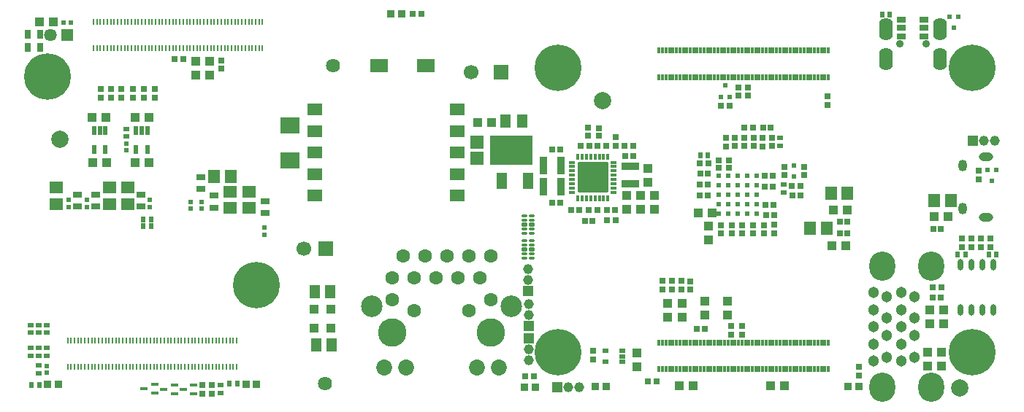
<source format=gbs>
G04*
G04 #@! TF.GenerationSoftware,Altium Limited,Altium Designer,21.6.1 (37)*
G04*
G04 Layer_Color=16711935*
%FSLAX44Y44*%
%MOMM*%
G71*
G04*
G04 #@! TF.SameCoordinates,B15FB352-D5CA-4759-B8DC-376305D7300E*
G04*
G04*
G04 #@! TF.FilePolarity,Negative*
G04*
G01*
G75*
%ADD85R,0.7516X0.6516*%
%ADD87R,1.1016X1.0016*%
%ADD88R,0.5516X0.6516*%
%ADD89R,1.1016X1.1016*%
%ADD93C,2.0000*%
%ADD94R,0.6516X0.5516*%
%ADD95R,0.6216X0.6216*%
%ADD99R,1.0016X1.1016*%
%ADD100R,0.6516X0.7516*%
%ADD101R,0.7216X0.7216*%
%ADD102R,0.7216X0.7216*%
%ADD103R,1.2516X1.9016*%
%ADD108R,1.2516X1.5516*%
%ADD114R,0.9016X0.9016*%
%ADD124R,1.1516X1.5016*%
%ADD132C,1.1516*%
%ADD133R,1.1516X1.1516*%
%ADD134O,3.0016X3.4016*%
%ADD135C,1.3016*%
%ADD136R,1.4696X1.4696*%
%ADD137C,1.4696*%
%ADD138C,1.6256*%
%ADD139C,5.4000*%
%ADD140C,1.8516*%
%ADD141C,1.7000*%
%ADD142C,2.5016*%
%ADD143C,0.5080*%
%ADD144O,1.6016X2.6516*%
%ADD145O,1.6516X1.0016*%
%ADD146O,1.0516X1.3516*%
%ADD147R,1.1516X1.1516*%
%ADD148C,0.9116*%
%ADD149R,1.7000X1.7000*%
%ADD150C,1.6016*%
%ADD151C,3.3016*%
%ADD152C,0.1016*%
%ADD153C,0.6080*%
%ADD154C,0.6016*%
%ADD225R,0.2816X0.8016*%
%ADD226R,0.8016X1.0016*%
%ADD227R,1.0016X0.8016*%
%ADD228R,0.5000X1.0000*%
%ADD229R,0.5016X0.6116*%
%ADD230R,1.6016X1.4016*%
%ADD231R,1.4016X1.6016*%
%ADD232R,0.8116X0.4016*%
%ADD233R,0.6216X0.6216*%
%ADD234R,0.9016X2.1016*%
%ADD235R,2.1016X0.9016*%
%ADD236R,0.7000X0.5200*%
%ADD237R,0.5016X0.5816*%
%ADD238R,0.3016X0.8016*%
%ADD239O,0.6516X1.3516*%
G04:AMPARAMS|DCode=240|XSize=0.54mm|YSize=0.705mm|CornerRadius=0.12mm|HoleSize=0mm|Usage=FLASHONLY|Rotation=270.000|XOffset=0mm|YOffset=0mm|HoleType=Round|Shape=RoundedRectangle|*
%AMROUNDEDRECTD240*
21,1,0.5400,0.4650,0,0,270.0*
21,1,0.3000,0.7050,0,0,270.0*
1,1,0.2400,-0.2325,-0.1500*
1,1,0.2400,-0.2325,0.1500*
1,1,0.2400,0.2325,0.1500*
1,1,0.2400,0.2325,-0.1500*
%
%ADD240ROUNDEDRECTD240*%
%ADD241R,1.1016X0.7016*%
%ADD242R,2.1016X1.6016*%
%ADD243R,1.6516X1.3716*%
G04:AMPARAMS|DCode=244|XSize=0.39mm|YSize=0.74mm|CornerRadius=0.1013mm|HoleSize=0mm|Usage=FLASHONLY|Rotation=90.000|XOffset=0mm|YOffset=0mm|HoleType=Round|Shape=RoundedRectangle|*
%AMROUNDEDRECTD244*
21,1,0.3900,0.5375,0,0,90.0*
21,1,0.1875,0.7400,0,0,90.0*
1,1,0.2025,0.2688,0.0938*
1,1,0.2025,0.2688,-0.0938*
1,1,0.2025,-0.2688,-0.0938*
1,1,0.2025,-0.2688,0.0938*
%
%ADD244ROUNDEDRECTD244*%
G04:AMPARAMS|DCode=245|XSize=0.39mm|YSize=0.74mm|CornerRadius=0.1013mm|HoleSize=0mm|Usage=FLASHONLY|Rotation=0.000|XOffset=0mm|YOffset=0mm|HoleType=Round|Shape=RoundedRectangle|*
%AMROUNDEDRECTD245*
21,1,0.3900,0.5375,0,0,0.0*
21,1,0.1875,0.7400,0,0,0.0*
1,1,0.2025,0.0938,-0.2688*
1,1,0.2025,-0.0938,-0.2688*
1,1,0.2025,-0.0938,0.2688*
1,1,0.2025,0.0938,0.2688*
%
%ADD245ROUNDEDRECTD245*%
G04:AMPARAMS|DCode=246|XSize=3.59mm|YSize=3.59mm|CornerRadius=0.1563mm|HoleSize=0mm|Usage=FLASHONLY|Rotation=90.000|XOffset=0mm|YOffset=0mm|HoleType=Round|Shape=RoundedRectangle|*
%AMROUNDEDRECTD246*
21,1,3.5900,3.2775,0,0,90.0*
21,1,3.2775,3.5900,0,0,90.0*
1,1,0.3125,1.6388,1.6388*
1,1,0.3125,1.6388,-1.6388*
1,1,0.3125,-1.6388,-1.6388*
1,1,0.3125,-1.6388,1.6388*
%
%ADD246ROUNDEDRECTD246*%
%ADD247R,2.2606X1.8796*%
%ADD248R,1.5016X1.4916*%
%ADD249R,4.9616X3.4616*%
G04:AMPARAMS|DCode=250|XSize=0.34mm|YSize=0.705mm|CornerRadius=0.12mm|HoleSize=0mm|Usage=FLASHONLY|Rotation=90.000|XOffset=0mm|YOffset=0mm|HoleType=Round|Shape=RoundedRectangle|*
%AMROUNDEDRECTD250*
21,1,0.3400,0.4650,0,0,90.0*
21,1,0.1000,0.7050,0,0,90.0*
1,1,0.2400,0.2325,0.0500*
1,1,0.2400,0.2325,-0.0500*
1,1,0.2400,-0.2325,-0.0500*
1,1,0.2400,-0.2325,0.0500*
%
%ADD250ROUNDEDRECTD250*%
D85*
X974250Y32606D02*
D03*
Y42606D02*
D03*
X95000Y365000D02*
D03*
Y355000D02*
D03*
X107000Y365000D02*
D03*
Y355000D02*
D03*
X158022Y365000D02*
D03*
Y355000D02*
D03*
X145000Y365000D02*
D03*
Y355000D02*
D03*
X119000Y365000D02*
D03*
Y355000D02*
D03*
X132000Y365000D02*
D03*
Y355000D02*
D03*
X213000Y21500D02*
D03*
Y11500D02*
D03*
X224000Y21500D02*
D03*
Y11500D02*
D03*
X834324Y357496D02*
D03*
X746300Y142600D02*
D03*
X862359Y308917D02*
D03*
X840740Y308958D02*
D03*
X872744D02*
D03*
X845500Y357496D02*
D03*
X778600Y142200D02*
D03*
X767950Y142350D02*
D03*
X757200Y142500D02*
D03*
X665416Y61120D02*
D03*
X851662Y308958D02*
D03*
X830072D02*
D03*
X819510Y308900D02*
D03*
X887700Y275100D02*
D03*
X746300Y132600D02*
D03*
X757200Y132500D02*
D03*
X1112774Y260684D02*
D03*
X937514Y346536D02*
D03*
X691642Y309292D02*
D03*
X235000Y388750D02*
D03*
Y398750D02*
D03*
X887700Y265100D02*
D03*
X691642Y299292D02*
D03*
X875538Y197946D02*
D03*
Y207946D02*
D03*
X819510Y298900D02*
D03*
X830072Y298958D02*
D03*
X851662D02*
D03*
X665416Y51120D02*
D03*
X937514Y356536D02*
D03*
X767950Y132350D02*
D03*
X778600Y132200D02*
D03*
X838300Y80352D02*
D03*
Y90352D02*
D03*
X825795D02*
D03*
Y80352D02*
D03*
X834324Y367496D02*
D03*
X845500D02*
D03*
X1112774Y270684D02*
D03*
X872744Y298958D02*
D03*
X1115000Y182000D02*
D03*
Y192000D02*
D03*
X1104000Y182000D02*
D03*
Y192000D02*
D03*
X1126000Y182000D02*
D03*
Y192000D02*
D03*
X1093000Y182000D02*
D03*
Y192000D02*
D03*
X840740Y298958D02*
D03*
X862359Y298917D02*
D03*
D87*
X799338Y190120D02*
D03*
X794990Y118616D02*
D03*
X821089D02*
D03*
X716900Y42750D02*
D03*
X704596Y241808D02*
D03*
X736550Y241581D02*
D03*
X729234Y257048D02*
D03*
X720614Y241625D02*
D03*
X752200Y100400D02*
D03*
X769250D02*
D03*
X716900Y58750D02*
D03*
X752200Y116400D02*
D03*
X769250D02*
D03*
X799338Y206120D02*
D03*
X704596Y225808D02*
D03*
X736550Y225581D02*
D03*
X729234Y273048D02*
D03*
X720614Y225625D02*
D03*
X221500Y381750D02*
D03*
X205500D02*
D03*
Y397750D02*
D03*
X221500D02*
D03*
X794990Y102616D02*
D03*
X821089D02*
D03*
D88*
X24000Y22000D02*
D03*
X15000D02*
D03*
X153500Y214000D02*
D03*
X144500D02*
D03*
Y206000D02*
D03*
X153500D02*
D03*
X1088500Y173000D02*
D03*
X1133500D02*
D03*
X789893Y288672D02*
D03*
X244500Y23000D02*
D03*
X798893Y288672D02*
D03*
X253500Y23000D02*
D03*
X1009700Y451900D02*
D03*
X1000700D02*
D03*
X1124500Y173000D02*
D03*
X1097500D02*
D03*
D89*
X361884Y109336D02*
D03*
Y87336D02*
D03*
X342072Y109336D02*
D03*
Y87336D02*
D03*
D93*
X47500Y306750D02*
D03*
X676500Y351750D02*
D03*
X1091000Y18000D02*
D03*
D94*
X32000Y55500D02*
D03*
Y64500D02*
D03*
X14000Y55500D02*
D03*
Y64500D02*
D03*
X22919Y55431D02*
D03*
Y64431D02*
D03*
X23000Y44500D02*
D03*
Y35500D02*
D03*
X32000Y82500D02*
D03*
Y91500D02*
D03*
X14000Y82500D02*
D03*
Y91500D02*
D03*
X23000Y82500D02*
D03*
Y91500D02*
D03*
X233750Y21250D02*
D03*
Y12250D02*
D03*
X882639Y308582D02*
D03*
X886968Y245254D02*
D03*
X125000Y319000D02*
D03*
X886968Y254254D02*
D03*
X882639Y299582D02*
D03*
X125000Y310000D02*
D03*
D95*
X32000Y36000D02*
D03*
Y44000D02*
D03*
X58000Y236500D02*
D03*
Y228500D02*
D03*
X152000Y236500D02*
D03*
Y228500D02*
D03*
X79000Y236500D02*
D03*
Y228500D02*
D03*
X198900Y234166D02*
D03*
Y226166D02*
D03*
X284700Y196400D02*
D03*
Y204400D02*
D03*
X212000Y234166D02*
D03*
Y226166D02*
D03*
X125000Y294000D02*
D03*
Y302000D02*
D03*
D99*
X871250Y20500D02*
D03*
X887250D02*
D03*
X102000Y280000D02*
D03*
X86000D02*
D03*
X85000Y332000D02*
D03*
X101000D02*
D03*
X960000Y225000D02*
D03*
X944000D02*
D03*
X1061000Y217000D02*
D03*
X1077000D02*
D03*
X40250Y443000D02*
D03*
X24250D02*
D03*
X135000Y280000D02*
D03*
X788036Y221234D02*
D03*
X1056000Y109000D02*
D03*
X151000Y280000D02*
D03*
Y332000D02*
D03*
X765350Y20500D02*
D03*
X943000Y183000D02*
D03*
X804036Y221234D02*
D03*
X1069763Y59880D02*
D03*
X1069623Y43953D02*
D03*
X1056000Y93000D02*
D03*
X135000Y332000D02*
D03*
X781350Y20500D02*
D03*
X1072000Y93000D02*
D03*
X1053623Y43953D02*
D03*
X1053763Y59880D02*
D03*
X532192Y326752D02*
D03*
X548192D02*
D03*
X959000Y183000D02*
D03*
X1072000Y109000D02*
D03*
D100*
X729502Y26200D02*
D03*
X906526Y242062D02*
D03*
X865966Y219202D02*
D03*
X851074Y320294D02*
D03*
X712136Y299466D02*
D03*
X1059226Y135002D02*
D03*
X814084Y346240D02*
D03*
X789726Y278972D02*
D03*
X466600Y452650D02*
D03*
X691621Y212852D02*
D03*
X180336Y400398D02*
D03*
X190336D02*
D03*
X671140Y299399D02*
D03*
X681140D02*
D03*
X670646Y224859D02*
D03*
X660646D02*
D03*
X661501Y299789D02*
D03*
X651501D02*
D03*
X702136Y299466D02*
D03*
X841074Y320294D02*
D03*
X906192Y252984D02*
D03*
X896192D02*
D03*
X875966Y219202D02*
D03*
X896526Y242062D02*
D03*
X799726Y278972D02*
D03*
X739502Y26200D02*
D03*
X681621Y212852D02*
D03*
X824084Y346240D02*
D03*
X456600Y452650D02*
D03*
X596850Y31950D02*
D03*
X586850D02*
D03*
X1069226Y135002D02*
D03*
D101*
X823520Y282762D02*
D03*
X826262Y198120D02*
D03*
X838708D02*
D03*
X851408Y198192D02*
D03*
X810985Y282762D02*
D03*
X813562Y198120D02*
D03*
X851408Y207192D02*
D03*
X810985Y273762D02*
D03*
X813562Y207120D02*
D03*
X823520Y273762D02*
D03*
X826262Y207120D02*
D03*
X864108Y207192D02*
D03*
X838708Y207120D02*
D03*
X910439Y274764D02*
D03*
X660137Y320337D02*
D03*
X672838Y320083D02*
D03*
Y311083D02*
D03*
X660137Y311337D02*
D03*
X910439Y265764D02*
D03*
X864108Y198192D02*
D03*
D102*
X789576Y242062D02*
D03*
X789830Y267462D02*
D03*
X874006Y251762D02*
D03*
X873942Y264414D02*
D03*
X874450Y230886D02*
D03*
X789576Y254762D02*
D03*
X871584Y320294D02*
D03*
X1059750Y123300D02*
D03*
X656226Y212090D02*
D03*
X864942Y264414D02*
D03*
X795254Y86840D02*
D03*
X951500Y211000D02*
D03*
X1069000Y203000D02*
D03*
X951500Y198000D02*
D03*
X865450Y230886D02*
D03*
X798576Y254762D02*
D03*
Y242062D02*
D03*
X798830Y267462D02*
D03*
X865006Y251762D02*
D03*
X640572Y224859D02*
D03*
X690901Y224859D02*
D03*
X862584Y320294D02*
D03*
X665226Y212090D02*
D03*
X681901Y224859D02*
D03*
X618474Y295217D02*
D03*
X627473D02*
D03*
X649572Y224859D02*
D03*
X618727Y233495D02*
D03*
X627728D02*
D03*
X960500Y198000D02*
D03*
X1060000Y203000D02*
D03*
X960500Y211000D02*
D03*
X786254Y86840D02*
D03*
X712144Y287274D02*
D03*
X703144D02*
D03*
X1068750Y123300D02*
D03*
D103*
X559990Y259118D02*
D03*
X589990D02*
D03*
D108*
X344756Y67856D02*
D03*
X362756D02*
D03*
X343232Y129832D02*
D03*
X361232D02*
D03*
D114*
X973500Y20000D02*
D03*
X961000D02*
D03*
X585938Y19450D02*
D03*
X431150Y452750D02*
D03*
X598438Y19450D02*
D03*
X668120Y20000D02*
D03*
X680620D02*
D03*
X443650Y452750D02*
D03*
X263250Y22500D02*
D03*
X275750D02*
D03*
X33500Y22500D02*
D03*
X46000D02*
D03*
D124*
X583474Y328206D02*
D03*
X564474D02*
D03*
D132*
X649450Y19250D02*
D03*
X636750D02*
D03*
X1131062Y305308D02*
D03*
X590750Y156400D02*
D03*
X591000Y62800D02*
D03*
Y103200D02*
D03*
Y115900D02*
D03*
Y50100D02*
D03*
X590750Y143700D02*
D03*
X1118362Y305308D02*
D03*
D133*
X624050Y19250D02*
D03*
X1105662Y305308D02*
D03*
D134*
X1001048Y18742D02*
D03*
Y159642D02*
D03*
X1057848D02*
D03*
Y18742D02*
D03*
D135*
X1037848Y54192D02*
D03*
Y79192D02*
D03*
Y99192D02*
D03*
X1022848Y129192D02*
D03*
Y49192D02*
D03*
Y109192D02*
D03*
Y69192D02*
D03*
X1005848Y54192D02*
D03*
Y79192D02*
D03*
Y99192D02*
D03*
X990848Y129192D02*
D03*
Y49192D02*
D03*
Y109192D02*
D03*
Y69192D02*
D03*
Y89192D02*
D03*
X1005848Y124192D02*
D03*
X1022848Y89192D02*
D03*
X1037848Y124192D02*
D03*
D136*
X56500Y427750D02*
D03*
D137*
X36500D02*
D03*
D138*
X364124Y392875D02*
D03*
X354800Y23300D02*
D03*
D139*
X33600Y379700D02*
D03*
X275600Y137700D02*
D03*
X625312Y60082D02*
D03*
X1105312Y390082D02*
D03*
Y60082D02*
D03*
X625312Y390082D02*
D03*
D140*
X556454Y41788D02*
D03*
X449254D02*
D03*
X423854D02*
D03*
X531054D02*
D03*
D141*
X524216Y384594D02*
D03*
X330842Y179870D02*
D03*
D142*
X570799Y112888D02*
D03*
X409509D02*
D03*
D143*
X665466Y248037D02*
D03*
Y277537D02*
D03*
X650716Y262787D02*
D03*
X680216D02*
D03*
D144*
X1067509Y400392D02*
D03*
X1005509D02*
D03*
Y434492D02*
D03*
X1067509D02*
D03*
D145*
X1120981Y216471D02*
D03*
Y286471D02*
D03*
D146*
X1093981Y226471D02*
D03*
Y276471D02*
D03*
D147*
X591000Y90500D02*
D03*
Y75500D02*
D03*
X590750Y131000D02*
D03*
D148*
X1021509Y417692D02*
D03*
X1051509D02*
D03*
D149*
X355842Y179870D02*
D03*
X559216Y384594D02*
D03*
D150*
X534604Y145888D02*
D03*
X509204D02*
D03*
X483804D02*
D03*
X458404D02*
D03*
X433004D02*
D03*
X445704Y171288D02*
D03*
X471104D02*
D03*
X496504D02*
D03*
X521904D02*
D03*
X547304D02*
D03*
X433004Y120688D02*
D03*
X458404Y107988D02*
D03*
X521904D02*
D03*
X547304Y120688D02*
D03*
D151*
X433004Y82388D02*
D03*
X547304D02*
D03*
D152*
X1132021Y89231D02*
D03*
X15039Y285777D02*
D03*
D153*
X33600Y358950D02*
D03*
Y400450D02*
D03*
X12850Y379700D02*
D03*
X54350D02*
D03*
X275600Y116950D02*
D03*
Y158450D02*
D03*
X254850Y137700D02*
D03*
X296350D02*
D03*
X625312Y39332D02*
D03*
Y80832D02*
D03*
X604562Y60082D02*
D03*
X646062D02*
D03*
X1105312Y369332D02*
D03*
Y410832D02*
D03*
X1084562Y390082D02*
D03*
X1126062D02*
D03*
X1105312Y80832D02*
D03*
Y39332D02*
D03*
X1126062Y60082D02*
D03*
X1084562D02*
D03*
X625312Y410832D02*
D03*
Y369332D02*
D03*
X646062Y390082D02*
D03*
X604562D02*
D03*
D154*
X855506Y264762D02*
D03*
X855506Y253762D02*
D03*
X855506Y242762D02*
D03*
X855506Y231762D02*
D03*
X855506Y220762D02*
D03*
X844506Y264762D02*
D03*
Y253762D02*
D03*
X844506Y242762D02*
D03*
X844506Y231762D02*
D03*
Y220762D02*
D03*
X833506Y264762D02*
D03*
Y253762D02*
D03*
Y242762D02*
D03*
Y231762D02*
D03*
Y220762D02*
D03*
X822506Y264762D02*
D03*
Y253762D02*
D03*
X822506Y242762D02*
D03*
X822506Y231762D02*
D03*
Y220762D02*
D03*
X811506Y264762D02*
D03*
X811506Y253762D02*
D03*
X811506Y242762D02*
D03*
X811506Y231762D02*
D03*
X811506Y220762D02*
D03*
D225*
X208600Y73681D02*
D03*
X212600D02*
D03*
X86600Y412881D02*
D03*
X90600D02*
D03*
X94600D02*
D03*
X98600D02*
D03*
X102600D02*
D03*
X106600D02*
D03*
X110600D02*
D03*
X114600D02*
D03*
X118600D02*
D03*
X122600D02*
D03*
X126600D02*
D03*
X130600D02*
D03*
X134600D02*
D03*
X138600D02*
D03*
X142600D02*
D03*
X146600D02*
D03*
X150600D02*
D03*
X154600D02*
D03*
X158600D02*
D03*
X162600D02*
D03*
X166600D02*
D03*
X170600D02*
D03*
X174600D02*
D03*
X178600D02*
D03*
X182600D02*
D03*
X186600D02*
D03*
X190600D02*
D03*
X194600D02*
D03*
X198600D02*
D03*
X202600D02*
D03*
X206600D02*
D03*
X210600D02*
D03*
X214600D02*
D03*
X218600D02*
D03*
X222600D02*
D03*
X226600D02*
D03*
X230600D02*
D03*
X234600D02*
D03*
X238600D02*
D03*
X242600D02*
D03*
X246600D02*
D03*
X250600D02*
D03*
X254600D02*
D03*
X258600D02*
D03*
X262600D02*
D03*
X266600D02*
D03*
X270600D02*
D03*
X274600D02*
D03*
X278600D02*
D03*
X282600D02*
D03*
X86600Y443681D02*
D03*
X90600D02*
D03*
X94600D02*
D03*
X98600D02*
D03*
X102600D02*
D03*
X106600D02*
D03*
X110600D02*
D03*
X114600D02*
D03*
X118600D02*
D03*
X122600D02*
D03*
X126600D02*
D03*
X130600D02*
D03*
X134600D02*
D03*
X138600D02*
D03*
X142600D02*
D03*
X146600D02*
D03*
X150600D02*
D03*
X154600D02*
D03*
X158600D02*
D03*
X162600D02*
D03*
X166600D02*
D03*
X170600D02*
D03*
X174600D02*
D03*
X178600D02*
D03*
X182600D02*
D03*
X186600D02*
D03*
X190600D02*
D03*
X194600D02*
D03*
X198600D02*
D03*
X202600D02*
D03*
X206600D02*
D03*
X210600D02*
D03*
X214600D02*
D03*
X218600D02*
D03*
X222600D02*
D03*
X226600D02*
D03*
X230600D02*
D03*
X234600D02*
D03*
X238600D02*
D03*
X242600D02*
D03*
X246600D02*
D03*
X250600D02*
D03*
X254600D02*
D03*
X258600D02*
D03*
X262600D02*
D03*
X266600D02*
D03*
X270600D02*
D03*
X274600D02*
D03*
X278600D02*
D03*
X282600D02*
D03*
X56600Y42881D02*
D03*
X60600D02*
D03*
X64600D02*
D03*
X68600D02*
D03*
X72600D02*
D03*
X76600D02*
D03*
X80600D02*
D03*
X84600D02*
D03*
X88600D02*
D03*
X92600D02*
D03*
X96600D02*
D03*
X100600D02*
D03*
X104600D02*
D03*
X108600D02*
D03*
X112600D02*
D03*
X116600D02*
D03*
X120600D02*
D03*
X124600D02*
D03*
X128600D02*
D03*
X132600D02*
D03*
X136600D02*
D03*
X140600D02*
D03*
X144600D02*
D03*
X148600D02*
D03*
X152600D02*
D03*
X156600D02*
D03*
X160600D02*
D03*
X164600D02*
D03*
X168600D02*
D03*
X172600D02*
D03*
X176600D02*
D03*
X180600D02*
D03*
X184600D02*
D03*
X188600D02*
D03*
X192600D02*
D03*
X196600D02*
D03*
X200600D02*
D03*
X204600D02*
D03*
X208600D02*
D03*
X212600D02*
D03*
X216600D02*
D03*
X220600D02*
D03*
X224600D02*
D03*
X228600D02*
D03*
X232600D02*
D03*
X236600D02*
D03*
X240600D02*
D03*
X244600D02*
D03*
X248600D02*
D03*
X252600D02*
D03*
X56600Y73681D02*
D03*
X60600D02*
D03*
X64600D02*
D03*
X68600D02*
D03*
X72600D02*
D03*
X76600D02*
D03*
X80600D02*
D03*
X84600D02*
D03*
X88600D02*
D03*
X92600D02*
D03*
X96600D02*
D03*
X100600D02*
D03*
X104600D02*
D03*
X108600D02*
D03*
X112600D02*
D03*
X116600D02*
D03*
X120600D02*
D03*
X124600D02*
D03*
X128600D02*
D03*
X132600D02*
D03*
X136600D02*
D03*
X140600D02*
D03*
X144600D02*
D03*
X148600D02*
D03*
X152600D02*
D03*
X156600D02*
D03*
X160600D02*
D03*
X164600D02*
D03*
X168600D02*
D03*
X172600D02*
D03*
X176600D02*
D03*
X180600D02*
D03*
X184600D02*
D03*
X188600D02*
D03*
X192600D02*
D03*
X196600D02*
D03*
X200600D02*
D03*
X204600D02*
D03*
X216600D02*
D03*
X220600D02*
D03*
X224600D02*
D03*
X228600D02*
D03*
X232600D02*
D03*
X236600D02*
D03*
X240600D02*
D03*
X244600D02*
D03*
X248600D02*
D03*
X252600D02*
D03*
D226*
X24500Y414000D02*
D03*
X10500D02*
D03*
X24500Y428750D02*
D03*
X10500D02*
D03*
D227*
X68000Y229000D02*
D03*
Y243000D02*
D03*
X142000Y229000D02*
D03*
Y243000D02*
D03*
X89000Y229000D02*
D03*
Y243000D02*
D03*
X211000Y249000D02*
D03*
Y263000D02*
D03*
X285400Y221400D02*
D03*
Y235400D02*
D03*
X226200Y227666D02*
D03*
Y241666D02*
D03*
D228*
X100500Y295000D02*
D03*
Y317000D02*
D03*
X87500D02*
D03*
X94000D02*
D03*
X87500Y295000D02*
D03*
X136000D02*
D03*
X142500Y317000D02*
D03*
X136000D02*
D03*
X149000Y295000D02*
D03*
Y317000D02*
D03*
D229*
X818830Y369250D02*
D03*
X813830Y356250D02*
D03*
X823830D02*
D03*
X1127760Y258422D02*
D03*
X1132760Y271422D02*
D03*
X1122760D02*
D03*
X1079000Y449500D02*
D03*
X1089000D02*
D03*
X1084000Y436500D02*
D03*
D230*
X266751Y227166D02*
D03*
Y246166D02*
D03*
X43000Y251000D02*
D03*
Y232000D02*
D03*
X126000D02*
D03*
Y251000D02*
D03*
X105000Y232000D02*
D03*
Y251000D02*
D03*
X245100Y246166D02*
D03*
Y227166D02*
D03*
D231*
X1061250Y235750D02*
D03*
X1080250D02*
D03*
X960500Y244000D02*
D03*
X941500D02*
D03*
X917500Y204000D02*
D03*
X245500Y264000D02*
D03*
X226500D02*
D03*
X936500Y204000D02*
D03*
D232*
X202600Y21500D02*
D03*
Y11500D02*
D03*
X190400Y16500D02*
D03*
X157462Y12332D02*
D03*
X180500Y11500D02*
D03*
Y21500D02*
D03*
X168300Y16500D02*
D03*
X157462Y22332D02*
D03*
X145262Y17332D02*
D03*
D233*
X60000Y442750D02*
D03*
X52000D02*
D03*
D234*
X608307Y252037D02*
D03*
Y276675D02*
D03*
X628307D02*
D03*
Y252037D02*
D03*
D235*
X709080Y255245D02*
D03*
Y275245D02*
D03*
D236*
X680300Y61350D02*
D03*
X699300Y48350D02*
D03*
Y54850D02*
D03*
Y61350D02*
D03*
X680300Y48350D02*
D03*
D237*
X898700Y276900D02*
D03*
Y263700D02*
D03*
D238*
X762310Y70886D02*
D03*
X766310D02*
D03*
X770310D02*
D03*
X774310D02*
D03*
X746310D02*
D03*
X794310D02*
D03*
X798310Y40086D02*
D03*
X810310Y70886D02*
D03*
Y40086D02*
D03*
X822310Y70886D02*
D03*
Y40086D02*
D03*
X834310D02*
D03*
X838310Y70886D02*
D03*
X854310Y40086D02*
D03*
X858310Y70886D02*
D03*
X874310Y40086D02*
D03*
X878310Y70886D02*
D03*
X894310Y40086D02*
D03*
X898310Y70886D02*
D03*
X914310D02*
D03*
Y40086D02*
D03*
X926310Y70886D02*
D03*
Y40086D02*
D03*
X938310Y70886D02*
D03*
Y40086D02*
D03*
X746312Y410082D02*
D03*
Y379282D02*
D03*
X758312Y410082D02*
D03*
Y379282D02*
D03*
X770312Y410082D02*
D03*
Y379282D02*
D03*
X782312Y410082D02*
D03*
Y379282D02*
D03*
X794312Y410082D02*
D03*
Y379282D02*
D03*
X806312Y410082D02*
D03*
Y379282D02*
D03*
X818312Y410082D02*
D03*
Y379282D02*
D03*
X830312Y410082D02*
D03*
Y379282D02*
D03*
X842312Y410082D02*
D03*
X854312D02*
D03*
X866312D02*
D03*
Y379282D02*
D03*
X878312Y410082D02*
D03*
Y379282D02*
D03*
X890312Y410082D02*
D03*
Y379282D02*
D03*
X902312Y410082D02*
D03*
Y379282D02*
D03*
X914312Y410082D02*
D03*
Y379282D02*
D03*
X926312Y410082D02*
D03*
Y379282D02*
D03*
X766310Y40086D02*
D03*
X770310D02*
D03*
X774310D02*
D03*
X778310D02*
D03*
X782310D02*
D03*
X786310D02*
D03*
X938312Y379282D02*
D03*
Y410082D02*
D03*
X934312Y379282D02*
D03*
Y410082D02*
D03*
X930312Y379282D02*
D03*
Y410082D02*
D03*
X922312Y379282D02*
D03*
Y410082D02*
D03*
X918312Y379282D02*
D03*
Y410082D02*
D03*
X910312Y379282D02*
D03*
Y410082D02*
D03*
X906312Y379282D02*
D03*
Y410082D02*
D03*
X898312Y379282D02*
D03*
Y410082D02*
D03*
X894312Y379282D02*
D03*
Y410082D02*
D03*
X886312Y379282D02*
D03*
Y410082D02*
D03*
X882312Y379282D02*
D03*
Y410082D02*
D03*
X874312Y379282D02*
D03*
Y410082D02*
D03*
X870312Y379282D02*
D03*
Y410082D02*
D03*
X862312Y379282D02*
D03*
Y410082D02*
D03*
X858312Y379282D02*
D03*
Y410082D02*
D03*
X854312Y379282D02*
D03*
X850312D02*
D03*
Y410082D02*
D03*
X846312Y379282D02*
D03*
Y410082D02*
D03*
X842312Y379282D02*
D03*
X838312D02*
D03*
Y410082D02*
D03*
X834312Y379282D02*
D03*
Y410082D02*
D03*
X826312Y379282D02*
D03*
Y410082D02*
D03*
X822312Y379282D02*
D03*
Y410082D02*
D03*
X814312Y379282D02*
D03*
Y410082D02*
D03*
X810312Y379282D02*
D03*
Y410082D02*
D03*
X802312Y379282D02*
D03*
Y410082D02*
D03*
X798312Y379282D02*
D03*
Y410082D02*
D03*
X790312Y379282D02*
D03*
Y410082D02*
D03*
X786312Y379282D02*
D03*
Y410082D02*
D03*
X778312Y379282D02*
D03*
Y410082D02*
D03*
X774312Y379282D02*
D03*
Y410082D02*
D03*
X766312Y379282D02*
D03*
Y410082D02*
D03*
X762312Y379282D02*
D03*
Y410082D02*
D03*
X754312Y379282D02*
D03*
Y410082D02*
D03*
X750312Y379282D02*
D03*
Y410082D02*
D03*
X742312Y379282D02*
D03*
Y410082D02*
D03*
X934310Y40086D02*
D03*
Y70886D02*
D03*
X930310Y40086D02*
D03*
Y70886D02*
D03*
X922310Y40086D02*
D03*
Y70886D02*
D03*
X918310Y40086D02*
D03*
Y70886D02*
D03*
X910310Y40086D02*
D03*
Y70886D02*
D03*
X906310Y40086D02*
D03*
Y70886D02*
D03*
X902310Y40086D02*
D03*
Y70886D02*
D03*
X898310Y40086D02*
D03*
X894310Y70886D02*
D03*
X890310Y40086D02*
D03*
Y70886D02*
D03*
X886310Y40086D02*
D03*
Y70886D02*
D03*
X882310Y40086D02*
D03*
Y70886D02*
D03*
X878310Y40086D02*
D03*
X874310Y70886D02*
D03*
X870310Y40086D02*
D03*
Y70886D02*
D03*
X866310Y40086D02*
D03*
Y70886D02*
D03*
X862310Y40086D02*
D03*
Y70886D02*
D03*
X858310Y40086D02*
D03*
X854310Y70886D02*
D03*
X850310Y40086D02*
D03*
Y70886D02*
D03*
X846310Y40086D02*
D03*
Y70886D02*
D03*
X842310Y40086D02*
D03*
Y70886D02*
D03*
X838310Y40086D02*
D03*
X834310Y70886D02*
D03*
X830310Y40086D02*
D03*
Y70886D02*
D03*
X826310Y40086D02*
D03*
Y70886D02*
D03*
X818310Y40086D02*
D03*
Y70886D02*
D03*
X814310Y40086D02*
D03*
Y70886D02*
D03*
X806310Y40086D02*
D03*
Y70886D02*
D03*
X802310Y40086D02*
D03*
Y70886D02*
D03*
X798310D02*
D03*
X794310Y40086D02*
D03*
X790310D02*
D03*
Y70886D02*
D03*
X786310D02*
D03*
X782310D02*
D03*
X778310D02*
D03*
X762310Y40086D02*
D03*
X758310D02*
D03*
Y70886D02*
D03*
X754310Y40086D02*
D03*
Y70886D02*
D03*
X750310Y40086D02*
D03*
Y70886D02*
D03*
X746310Y40086D02*
D03*
X742310D02*
D03*
Y70886D02*
D03*
D239*
X1117346Y108624D02*
D03*
X1104646D02*
D03*
X1130046D02*
D03*
X1091946D02*
D03*
X1130046Y161124D02*
D03*
X1117346D02*
D03*
X1104646D02*
D03*
X1091946D02*
D03*
D240*
X594770Y207890D02*
D03*
X586420D02*
D03*
X586165Y179272D02*
D03*
X594515D02*
D03*
D241*
X1049186Y436174D02*
D03*
X1023186Y445674D02*
D03*
Y436174D02*
D03*
Y426674D02*
D03*
X1049186Y445674D02*
D03*
Y426674D02*
D03*
D242*
X471912Y392282D02*
D03*
X417911D02*
D03*
D243*
X508588Y316592D02*
D03*
Y341592D02*
D03*
Y291592D02*
D03*
Y266592D02*
D03*
Y241592D02*
D03*
X343088Y341592D02*
D03*
Y316592D02*
D03*
Y291592D02*
D03*
Y266592D02*
D03*
Y241592D02*
D03*
D244*
X689466Y245287D02*
D03*
Y270287D02*
D03*
X641466D02*
D03*
Y255287D02*
D03*
X689466Y265287D02*
D03*
X641466D02*
D03*
Y260287D02*
D03*
Y245287D02*
D03*
Y250287D02*
D03*
Y275287D02*
D03*
Y280287D02*
D03*
X689466D02*
D03*
Y275287D02*
D03*
Y260287D02*
D03*
Y255287D02*
D03*
Y250287D02*
D03*
D245*
X667966Y286787D02*
D03*
X672966Y238787D02*
D03*
X677966D02*
D03*
X682966D02*
D03*
X662966D02*
D03*
X667966D02*
D03*
X657966D02*
D03*
X652966D02*
D03*
X647966D02*
D03*
Y286787D02*
D03*
X652966D02*
D03*
X657966D02*
D03*
X662966D02*
D03*
X672966D02*
D03*
X677966D02*
D03*
X682966D02*
D03*
D246*
X665466Y262787D02*
D03*
D247*
X314132Y323126D02*
D03*
Y282486D02*
D03*
D248*
X530936Y285294D02*
D03*
Y303694D02*
D03*
D249*
X570756Y294494D02*
D03*
D250*
X594515Y169272D02*
D03*
Y174272D02*
D03*
Y184272D02*
D03*
Y189272D02*
D03*
X586165D02*
D03*
Y184272D02*
D03*
Y174272D02*
D03*
Y169272D02*
D03*
X586420Y217890D02*
D03*
Y212890D02*
D03*
Y202890D02*
D03*
Y197890D02*
D03*
X594770D02*
D03*
Y202890D02*
D03*
Y212890D02*
D03*
Y217890D02*
D03*
M02*

</source>
